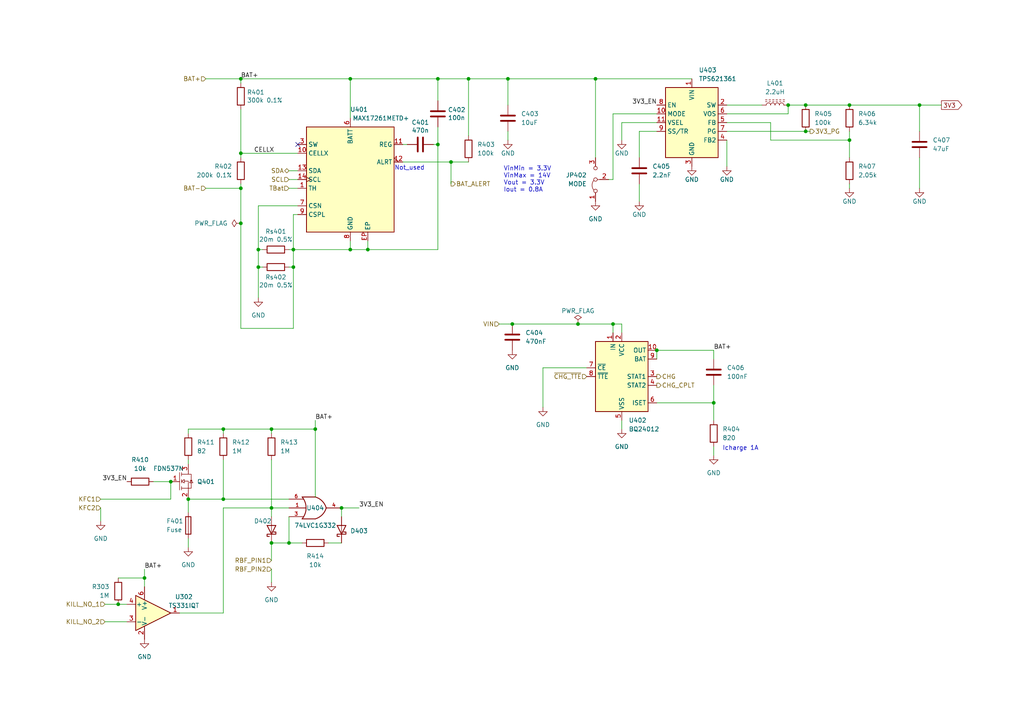
<source format=kicad_sch>
(kicad_sch (version 20211123) (generator eeschema)
  (paper "A4")
  (lib_symbols
    (symbol "74xGxx:74LVC1G332" (pin_names (offset 1.016))
      (property "Reference" "U" (at -2.54 5.08 0))
      (property "Value" "74LVC1G332" (at 0 -5.08 0))
      (symbol "74LVC1G332_0_1"
        (arc (start -3.81 -3.175) (mid -2.6605 0) (end -3.81 3.175) (stroke (width 0.254)))
        (arc (start 0 -3.175) (mid 1.9989 -1.9989) (end 3.175 0) (stroke (width 0.254)))
        (polyline (pts (xy 0 -3.175) (xy -3.81 -3.175)) (stroke (width 0.254)))
        (polyline (pts (xy 0 3.175) (xy -3.81 3.175)) (stroke (width 0.254)))
        (arc (start 3.175 0) (mid 1.9989 1.9989) (end 0 3.175) (stroke (width 0.254)))
      )
      (symbol "74LVC1G332_1_1"
        (pin input line (at -7.62 0 0) (length 4.826) (name "~") (number "1"))
        (pin power_in line (at 0 -3.175 270) (length 0) hide (name "GND") (number "2"))
        (pin input line (at -7.62 -2.54 0) (length 4.191) (name "~") (number "3"))
        (pin output line (at 7.62 0 180) (length 4.445) (name "~") (number "4"))
        (pin power_in line (at 0 3.175 90) (length 0) hide (name "VCC") (number "5"))
        (pin input line (at -7.62 2.54 0) (length 4.191) (name "~") (number "6"))
      )
    )
    (symbol "Battery_Management:BQ24013"
      (property "Reference" "U" (at -7.62 12.7 0))
      (property "Value" "BQ24013" (at 7.62 12.7 0))
      (symbol "BQ24013_0_1"
        (rectangle (start -7.62 10.16) (end 7.62 -10.16) (stroke (width 0.254)) (fill (type background)))
      )
      (symbol "BQ24013_1_1"
        (pin power_in line (at -2.54 12.7 270) (length 2.54) (name "IN") (number "1"))
        (pin power_out line (at 10.16 7.62 180) (length 2.54) (name "OUT") (number "10"))
        (pin passive line (at 0 -12.7 90) (length 2.54) hide (name "VSS") (number "11"))
        (pin power_in line (at 0 12.7 270) (length 2.54) (name "VCC") (number "2"))
        (pin open_collector line (at 10.16 0 180) (length 2.54) (name "STAT1") (number "3"))
        (pin open_collector line (at 10.16 -2.54 180) (length 2.54) (name "STAT2") (number "4"))
        (pin power_in line (at 0 -12.7 90) (length 2.54) (name "VSS") (number "5"))
        (pin output line (at 10.16 -7.62 180) (length 2.54) (name "ISET") (number "6"))
        (pin input line (at -10.16 2.54 0) (length 2.54) (name "~{CE}") (number "7"))
        (pin input line (at -10.16 0 0) (length 2.54) (name "~{TTE}") (number "8"))
        (pin input line (at 10.16 5.08 180) (length 2.54) (name "BAT") (number "9"))
      )
    )
    (symbol "Device:C" (pin_numbers hide) (pin_names (offset 0.254))
      (property "Reference" "C" (at 0.635 2.54 0))
      (property "Value" "C" (at 0.635 -2.54 0))
      (symbol "C_0_1"
        (polyline (pts (xy -2.032 -0.762) (xy 2.032 -0.762)) (stroke (width 0.508)))
        (polyline (pts (xy -2.032 0.762) (xy 2.032 0.762)) (stroke (width 0.508)))
      )
      (symbol "C_1_1"
        (pin passive line (at 0 3.81 270) (length 2.794) (name "~") (number "1"))
        (pin passive line (at 0 -3.81 90) (length 2.794) (name "~") (number "2"))
      )
    )
    (symbol "Device:Fuse" (pin_numbers hide) (pin_names (offset 0))
      (property "Reference" "F" (at 2.032 0 90))
      (property "Value" "Fuse" (at -1.905 0 90))
      (symbol "Fuse_0_1"
        (rectangle (start -0.762 -2.54) (end 0.762 2.54) (stroke (width 0.254)))
        (polyline (pts (xy 0 2.54) (xy 0 -2.54)))
      )
      (symbol "Fuse_1_1"
        (pin passive line (at 0 3.81 270) (length 1.27) (name "~") (number "1"))
        (pin passive line (at 0 -3.81 90) (length 1.27) (name "~") (number "2"))
      )
    )
    (symbol "Device:L_Ferrite" (pin_numbers hide) (pin_names (offset 1.016) hide)
      (property "Reference" "L" (at -1.27 0 90))
      (property "Value" "L_Ferrite" (at 2.794 0 90))
      (symbol "L_Ferrite_0_1"
        (arc (start 0 -2.54) (mid 0.635 -1.905) (end 0 -1.27))
        (arc (start 0 -1.27) (mid 0.635 -0.635) (end 0 0))
        (polyline (pts (xy 1.016 -2.794) (xy 1.016 -2.286)))
        (polyline (pts (xy 1.016 -1.778) (xy 1.016 -1.27)))
        (polyline (pts (xy 1.016 -0.762) (xy 1.016 -0.254)))
        (polyline (pts (xy 1.016 0.254) (xy 1.016 0.762)))
        (polyline (pts (xy 1.016 1.27) (xy 1.016 1.778)))
        (polyline (pts (xy 1.016 2.286) (xy 1.016 2.794)))
        (polyline (pts (xy 1.524 -2.286) (xy 1.524 -2.794)))
        (polyline (pts (xy 1.524 -1.27) (xy 1.524 -1.778)))
        (polyline (pts (xy 1.524 -0.254) (xy 1.524 -0.762)))
        (polyline (pts (xy 1.524 0.762) (xy 1.524 0.254)))
        (polyline (pts (xy 1.524 1.778) (xy 1.524 1.27)))
        (polyline (pts (xy 1.524 2.794) (xy 1.524 2.286)))
        (arc (start 0 0) (mid 0.635 0.635) (end 0 1.27))
        (arc (start 0 1.27) (mid 0.635 1.905) (end 0 2.54))
      )
      (symbol "L_Ferrite_1_1"
        (pin passive line (at 0 3.81 270) (length 1.27) (name "1") (number "1"))
        (pin passive line (at 0 -3.81 90) (length 1.27) (name "2") (number "2"))
      )
    )
    (symbol "Device:R" (pin_numbers hide) (pin_names (offset 0))
      (property "Reference" "R" (at 2.032 0 90))
      (property "Value" "R" (at 0 0 90))
      (symbol "R_0_1"
        (rectangle (start -1.016 -2.54) (end 1.016 2.54) (stroke (width 0.254)))
      )
      (symbol "R_1_1"
        (pin passive line (at 0 3.81 270) (length 1.27) (name "~") (number "1"))
        (pin passive line (at 0 -3.81 90) (length 1.27) (name "~") (number "2"))
      )
    )
    (symbol "Jumper:Jumper_3_Bridged12" (pin_names (offset 0) hide)
      (property "Reference" "JP" (at -2.54 -2.54 0))
      (property "Value" "Jumper_3_Bridged12" (at 0 2.794 0))
      (symbol "Jumper_3_Bridged12_0_0"
        (circle (center -3.302 0) (radius 0.508))
        (circle (center 0 0) (radius 0.508))
        (circle (center 3.302 0) (radius 0.508))
      )
      (symbol "Jumper_3_Bridged12_0_1"
        (arc (start -0.254 0.508) (mid -1.651 0.9912) (end -3.048 0.508))
        (polyline (pts (xy 0 -1.27) (xy 0 -0.508)))
      )
      (symbol "Jumper_3_Bridged12_1_1"
        (pin passive line (at -6.35 0 0) (length 2.54) (name "A") (number "1"))
        (pin passive line (at 0 -3.81 90) (length 2.54) (name "C") (number "2"))
        (pin passive line (at 6.35 0 180) (length 2.54) (name "B") (number "3"))
      )
    )
    (symbol "lsf-kicad:CDBU40-HF" (pin_numbers hide) (pin_names hide)
      (property "Reference" "D" (at 0.3175 6.35 0))
      (property "Value" "CDBU40-HF" (at 0.3175 3.81 0))
      (symbol "CDBU40-HF_0_1"
        (polyline (pts (xy 1.27 0) (xy -1.27 0)))
        (polyline (pts (xy 1.27 1.27) (xy 1.27 -1.27) (xy -1.27 0) (xy 1.27 1.27)) (stroke (width 0.254)))
        (polyline (pts (xy -1.905 0.635) (xy -1.905 1.27) (xy -1.27 1.27) (xy -1.27 -1.27) (xy -0.635 -1.27) (xy -0.635 -0.635)) (stroke (width 0.254)))
      )
      (symbol "CDBU40-HF_1_1"
        (pin passive line (at -3.81 0 0) (length 2.54) (name "K") (number "1"))
        (pin passive line (at 3.81 0 180) (length 2.54) (name "A") (number "2"))
      )
    )
    (symbol "lsf-kicad:FDN537N"
      (property "Reference" "Q" (at 3.81 3.81 0))
      (property "Value" "FDN537N" (at 5.08 1.27 0))
      (symbol "FDN537N_0_0"
        (polyline (pts (xy 0.0078 2.6609) (xy 0.0078 -2.4191)))
        (polyline (pts (xy 0.592 -1.4031) (xy 0.592 -2.4191)))
        (polyline (pts (xy 0.592 0.6289) (xy 0.592 -0.3871)))
        (polyline (pts (xy 0.592 2.6609) (xy 0.592 1.6449)))
        (polyline (pts (xy 3.64 0.3749) (xy 3.132 0.3749)))
        (polyline (pts (xy 0.592 -1.9111) (xy 3.386 -1.9111) (xy 3.386 2.1529) (xy 0.592 2.1529)))
        (polyline (pts (xy 0.592 0.1209) (xy 1.3794 -0.3871) (xy 1.3794 0.6289) (xy 0.592 0.1209)) (stroke (width 0.1524)))
        (polyline (pts (xy 3.386 0.4511) (xy 2.878 -0.3363) (xy 3.894 -0.3363) (xy 3.386 0.4511)) (stroke (width 0.1524)))
      )
      (symbol "FDN537N_0_1"
        (polyline (pts (xy 2.54 2.54) (xy 2.54 2.1844)))
        (polyline (pts (xy 2.54 -2.54) (xy 2.54 0.1524) (xy 1.4224 0.1524)))
      )
      (symbol "FDN537N_1_1"
        (pin input line (at -2.54 0 0) (length 2.54) (name "") (number "1"))
        (pin passive line (at 2.54 -5.08 90) (length 2.54) (name "") (number "2"))
        (pin passive line (at 2.54 5.08 270) (length 2.54) (name "") (number "3"))
      )
    )
    (symbol "lsf-kicad:MAX17261METD+"
      (property "Reference" "U" (at 0 5.08 0))
      (property "Value" "MAX17261METD+" (at 0 1.27 0))
      (symbol "MAX17261METD+_0_1"
        (rectangle (start -12.7 15.24) (end 12.7 -15.24) (stroke (width 0.254)) (fill (type background)))
      )
      (symbol "MAX17261METD+_1_1"
        (pin input line (at -15.24 -2.54 0) (length 2.54) (name "TH") (number "1"))
        (pin passive line (at -15.24 7.62 0) (length 2.54) (name "CELLX") (number "10"))
        (pin power_out line (at 15.24 10.16 180) (length 2.54) (name "REG") (number "11"))
        (pin open_collector output_low (at 15.24 5.08 180) (length 2.54) (name "ALRT") (number "12"))
        (pin bidirectional line (at -15.24 2.54 0) (length 2.54) (name "SDA") (number "13"))
        (pin input clock (at -15.24 0 0) (length 2.54) (name "SCL") (number "14"))
        (pin no_connect line (at -10.16 -17.78 90) (length 2.54) hide (name "NC") (number "2"))
        (pin output line (at -15.24 10.16 0) (length 2.54) (name "SW") (number "3"))
        (pin no_connect line (at -7.62 -17.78 90) (length 2.54) hide (name "NC") (number "4"))
        (pin no_connect line (at -5.08 -17.78 90) (length 2.54) hide (name "NC") (number "5"))
        (pin power_in line (at 0 17.78 270) (length 2.54) (name "BATT") (number "6"))
        (pin passive line (at -15.24 -7.62 0) (length 2.54) (name "CSN") (number "7"))
        (pin power_in line (at 0 -17.78 90) (length 2.54) (name "GND") (number "8"))
        (pin passive line (at -15.24 -10.16 0) (length 2.54) (name "CSPL") (number "9"))
        (pin power_in line (at 5.08 -17.78 90) (length 2.54) (name "EP") (number "EP"))
      )
    )
    (symbol "lsf-kicad:TPS62136x"
      (property "Reference" "U403" (at 2.0194 15.24 0))
      (property "Value" "TPS62136x" (at 2.0194 12.7 0))
      (symbol "TPS62136x_0_1"
        (rectangle (start -7.62 10.16) (end 7.62 -10.16) (stroke (width 0.254)) (fill (type background)))
      )
      (symbol "TPS62136x_1_1"
        (pin power_in line (at 0 12.7 270) (length 2.54) (name "VIN") (number "1"))
        (pin input line (at -10.16 2.54 0) (length 2.54) (name "MODE") (number "10"))
        (pin input line (at -10.16 0 0) (length 2.54) (name "VSEL") (number "11"))
        (pin passive line (at 10.16 5.08 180) (length 2.54) (name "SW") (number "2"))
        (pin power_in line (at 0 -12.7 90) (length 2.54) (name "GND") (number "3"))
        (pin power_in line (at 10.16 -5.08 180) (length 2.54) (name "FB2") (number "4"))
        (pin input line (at 10.16 0 180) (length 2.54) (name "FB") (number "5"))
        (pin input line (at 10.16 2.54 180) (length 2.54) (name "VOS") (number "6"))
        (pin open_collector line (at 10.16 -2.54 180) (length 2.54) (name "PG") (number "7"))
        (pin input line (at -10.16 5.08 0) (length 2.54) (name "EN") (number "8"))
        (pin input line (at -10.16 -2.54 0) (length 2.54) (name "SS/TR") (number "9"))
      )
    )
    (symbol "lsf-kicad:TS331" (pin_names (offset 0.127))
      (property "Reference" "U?" (at 8.89 4.699 0))
      (property "Value" "TS331" (at 8.89 2.159 0))
      (symbol "TS331_0_1"
        (polyline (pts (xy -5.08 5.08) (xy 5.08 0) (xy -5.08 -5.08) (xy -5.08 5.08)) (stroke (width 0.254)) (fill (type background)))
      )
      (symbol "TS331_1_1"
        (pin open_collector line (at 7.62 0 180) (length 2.54) (name "~") (number "1"))
        (pin power_in line (at -2.54 -7.62 90) (length 3.81) (name "V-") (number "2"))
        (pin input line (at -7.62 -2.54 0) (length 2.54) (name "-") (number "3"))
        (pin input line (at -7.62 2.54 0) (length 2.54) (name "+") (number "4"))
        (pin power_in line (at -2.54 7.62 270) (length 3.81) (name "V+") (number "6"))
      )
    )
    (symbol "power:GND" (power) (pin_names (offset 0))
      (property "Value" "GND" (at 0 -3.81 0))
      (symbol "GND_0_1"
        (polyline (pts (xy 0 0) (xy 0 -1.27) (xy 1.27 -1.27) (xy 0 -2.54) (xy -1.27 -1.27) (xy 0 -1.27)))
      )
      (symbol "GND_1_1"
        (pin power_in line (at 0 0 270) (length 0) hide (name "GND") (number "1"))
      )
    )
    (symbol "power:PWR_FLAG" (power) (pin_numbers hide) (pin_names (offset 0) hide)
      (property "Value" "PWR_FLAG" (at 0 3.81 0))
      (symbol "PWR_FLAG_0_0"
        (pin power_out line (at 0 0 90) (length 0) (name "pwr") (number "1"))
      )
      (symbol "PWR_FLAG_0_1"
        (polyline (pts (xy 0 0) (xy 0 1.27) (xy -1.016 1.905) (xy 0 2.54) (xy 1.016 1.905) (xy 0 1.27)))
      )
    )
  )
  (junction (at 190.5 101.6))
  (junction (at 101.6 22.86))
  (junction (at 177.8 93.98))
  (junction (at 74.93 72.39))
  (junction (at 64.77 124.46))
  (junction (at 64.77 144.78))
  (junction (at 78.74 157.48))
  (junction (at 135.89 22.86))
  (junction (at 69.85 22.86))
  (junction (at 233.68 38.1))
  (junction (at 246.38 30.48))
  (junction (at 167.64 93.98))
  (junction (at 85.09 77.47))
  (junction (at 207.01 116.84))
  (junction (at 78.74 147.32))
  (junction (at 233.68 30.48))
  (junction (at 69.85 44.45))
  (junction (at 147.32 22.86))
  (junction (at 246.38 40.64))
  (junction (at 148.59 93.98))
  (junction (at 69.85 54.61))
  (junction (at 85.09 72.39))
  (junction (at 41.91 167.64))
  (junction (at 49.53 139.7))
  (junction (at 34.29 175.26))
  (junction (at 99.06 147.32))
  (junction (at 266.7 30.48))
  (junction (at 78.74 124.46))
  (junction (at 83.82 157.48))
  (junction (at 130.81 46.99))
  (junction (at 74.93 77.47))
  (junction (at 127 22.86))
  (junction (at 91.44 124.46))
  (junction (at 101.6 72.39))
  (junction (at 54.61 144.78))
  (junction (at 106.68 72.39))
  (junction (at 172.72 22.86))
  (junction (at 228.6 30.48))
  (junction (at 69.85 64.77))
  (junction (at 127 41.91))
  (no_connect (at 86.36 41.91))
  (wire (pts (xy 78.74 147.32) (xy 83.82 147.32)))
  (wire (pts (xy 223.52 40.64) (xy 246.38 40.64)))
  (wire (pts (xy 34.29 167.64) (xy 41.91 167.64)))
  (wire (pts (xy 207.01 111.76) (xy 207.01 116.84)))
  (wire (pts (xy 101.6 34.29) (xy 101.6 22.86)))
  (wire (pts (xy 64.77 124.46) (xy 64.77 125.73)))
  (wire (pts (xy 167.64 93.98) (xy 177.8 93.98)))
  (wire (pts (xy 101.6 69.85) (xy 101.6 72.39)))
  (wire (pts (xy 207.01 121.92) (xy 207.01 116.84)))
  (wire (pts (xy 127 41.91) (xy 127 72.39)))
  (wire (pts (xy 246.38 30.48) (xy 233.68 30.48)))
  (wire (pts (xy 69.85 44.45) (xy 69.85 45.72)))
  (wire (pts (xy 207.01 101.6) (xy 207.01 104.14)))
  (wire (pts (xy 233.68 38.1) (xy 210.82 38.1)))
  (wire (pts (xy 54.61 144.78) (xy 54.61 148.59)))
  (wire (pts (xy 69.85 64.77) (xy 69.85 95.25)))
  (wire (pts (xy 228.6 33.02) (xy 228.6 30.48)))
  (wire (pts (xy 86.36 59.69) (xy 74.93 59.69)))
  (wire (pts (xy 69.85 54.61) (xy 69.85 53.34)))
  (wire (pts (xy 78.74 165.1) (xy 78.74 168.91)))
  (wire (pts (xy 91.44 121.92) (xy 91.44 124.46)))
  (wire (pts (xy 127 41.91) (xy 125.73 41.91)))
  (wire (pts (xy 30.48 180.34) (xy 36.83 180.34)))
  (wire (pts (xy 106.68 72.39) (xy 127 72.39)))
  (wire (pts (xy 91.44 124.46) (xy 78.74 124.46)))
  (wire (pts (xy 44.45 139.7) (xy 49.53 139.7)))
  (wire (pts (xy 64.77 133.35) (xy 64.77 144.78)))
  (wire (pts (xy 49.53 144.78) (xy 49.53 139.7)))
  (wire (pts (xy 234.95 38.1) (xy 233.68 38.1)))
  (wire (pts (xy 207.01 116.84) (xy 190.5 116.84)))
  (wire (pts (xy 59.69 22.86) (xy 69.85 22.86)))
  (wire (pts (xy 54.61 144.78) (xy 64.77 144.78)))
  (wire (pts (xy 210.82 30.48) (xy 220.98 30.48)))
  (wire (pts (xy 246.38 54.61) (xy 246.38 53.34)))
  (wire (pts (xy 177.8 52.07) (xy 176.53 52.07)))
  (wire (pts (xy 180.34 93.98) (xy 180.34 96.52)))
  (wire (pts (xy 83.82 52.07) (xy 86.36 52.07)))
  (wire (pts (xy 177.8 93.98) (xy 180.34 93.98)))
  (wire (pts (xy 91.44 124.46) (xy 91.44 144.145)))
  (wire (pts (xy 86.36 62.23) (xy 85.09 62.23)))
  (wire (pts (xy 78.74 124.46) (xy 78.74 125.73)))
  (wire (pts (xy 101.6 22.86) (xy 127 22.86)))
  (wire (pts (xy 116.84 41.91) (xy 118.11 41.91)))
  (wire (pts (xy 74.93 77.47) (xy 74.93 86.36)))
  (wire (pts (xy 246.38 40.64) (xy 246.38 38.1)))
  (wire (pts (xy 177.8 93.98) (xy 177.8 96.52)))
  (wire (pts (xy 135.89 22.86) (xy 135.89 39.37)))
  (wire (pts (xy 69.85 54.61) (xy 69.85 64.77)))
  (wire (pts (xy 76.2 77.47) (xy 74.93 77.47)))
  (wire (pts (xy 30.48 175.26) (xy 34.29 175.26)))
  (wire (pts (xy 78.74 133.35) (xy 78.74 147.32)))
  (wire (pts (xy 34.29 175.26) (xy 36.83 175.26)))
  (wire (pts (xy 83.82 157.48) (xy 83.82 149.86)))
  (wire (pts (xy 69.85 22.86) (xy 69.85 24.13)))
  (wire (pts (xy 127 22.86) (xy 135.89 22.86)))
  (wire (pts (xy 86.36 54.61) (xy 83.82 54.61)))
  (wire (pts (xy 130.81 46.99) (xy 130.81 53.34)))
  (wire (pts (xy 64.77 177.8) (xy 64.77 147.32)))
  (wire (pts (xy 69.85 95.25) (xy 85.09 95.25)))
  (wire (pts (xy 78.74 124.46) (xy 64.77 124.46)))
  (wire (pts (xy 106.68 72.39) (xy 101.6 72.39)))
  (wire (pts (xy 147.32 30.48) (xy 147.32 22.86)))
  (wire (pts (xy 69.85 31.75) (xy 69.85 44.45)))
  (wire (pts (xy 177.8 33.02) (xy 177.8 52.07)))
  (wire (pts (xy 78.74 157.48) (xy 78.74 162.56)))
  (wire (pts (xy 157.48 106.68) (xy 157.48 118.11)))
  (wire (pts (xy 116.84 46.99) (xy 130.81 46.99)))
  (wire (pts (xy 29.21 144.78) (xy 49.53 144.78)))
  (wire (pts (xy 41.91 165.1) (xy 41.91 167.64)))
  (wire (pts (xy 185.42 53.34) (xy 185.42 58.42)))
  (wire (pts (xy 210.82 40.64) (xy 210.82 48.26)))
  (wire (pts (xy 130.81 46.99) (xy 135.89 46.99)))
  (wire (pts (xy 147.32 22.86) (xy 172.72 22.86)))
  (wire (pts (xy 210.82 33.02) (xy 228.6 33.02)))
  (wire (pts (xy 223.52 35.56) (xy 223.52 40.64)))
  (wire (pts (xy 157.48 106.68) (xy 170.18 106.68)))
  (wire (pts (xy 54.61 156.21) (xy 54.61 158.75)))
  (wire (pts (xy 172.72 22.86) (xy 200.66 22.86)))
  (wire (pts (xy 83.82 49.53) (xy 86.36 49.53)))
  (wire (pts (xy 148.59 93.98) (xy 167.64 93.98)))
  (wire (pts (xy 106.68 69.85) (xy 106.68 72.39)))
  (wire (pts (xy 54.61 133.35) (xy 54.61 134.62)))
  (wire (pts (xy 74.93 77.47) (xy 74.93 72.39)))
  (wire (pts (xy 59.69 54.61) (xy 69.85 54.61)))
  (wire (pts (xy 144.78 93.98) (xy 148.59 93.98)))
  (wire (pts (xy 78.74 157.48) (xy 83.82 157.48)))
  (wire (pts (xy 190.5 101.6) (xy 190.5 104.14)))
  (wire (pts (xy 210.82 35.56) (xy 223.52 35.56)))
  (wire (pts (xy 99.06 149.86) (xy 99.06 147.32)))
  (wire (pts (xy 246.38 30.48) (xy 266.7 30.48)))
  (wire (pts (xy 180.34 35.56) (xy 190.5 35.56)))
  (wire (pts (xy 127 41.91) (xy 127 36.83)))
  (wire (pts (xy 135.89 22.86) (xy 147.32 22.86)))
  (wire (pts (xy 64.77 147.32) (xy 78.74 147.32)))
  (wire (pts (xy 190.5 38.1) (xy 185.42 38.1)))
  (wire (pts (xy 74.93 72.39) (xy 76.2 72.39)))
  (wire (pts (xy 54.61 124.46) (xy 64.77 124.46)))
  (wire (pts (xy 190.5 101.6) (xy 207.01 101.6)))
  (wire (pts (xy 233.68 30.48) (xy 228.6 30.48)))
  (wire (pts (xy 64.77 144.78) (xy 83.82 144.78)))
  (wire (pts (xy 85.09 72.39) (xy 101.6 72.39)))
  (wire (pts (xy 85.09 62.23) (xy 85.09 72.39)))
  (wire (pts (xy 29.21 147.32) (xy 29.21 151.13)))
  (wire (pts (xy 266.7 30.48) (xy 273.05 30.48)))
  (wire (pts (xy 85.09 95.25) (xy 85.09 77.47)))
  (wire (pts (xy 69.85 44.45) (xy 86.36 44.45)))
  (wire (pts (xy 147.32 40.64) (xy 147.32 38.1)))
  (wire (pts (xy 246.38 40.64) (xy 246.38 45.72)))
  (wire (pts (xy 266.7 54.61) (xy 266.7 45.72)))
  (wire (pts (xy 54.61 124.46) (xy 54.61 125.73)))
  (wire (pts (xy 99.06 147.32) (xy 104.14 147.32)))
  (wire (pts (xy 95.25 157.48) (xy 99.06 157.48)))
  (wire (pts (xy 180.34 35.56) (xy 180.34 40.64)))
  (wire (pts (xy 207.01 132.08) (xy 207.01 129.54)))
  (wire (pts (xy 180.34 121.92) (xy 180.34 124.46)))
  (wire (pts (xy 74.93 59.69) (xy 74.93 72.39)))
  (wire (pts (xy 190.5 33.02) (xy 177.8 33.02)))
  (wire (pts (xy 83.82 157.48) (xy 87.63 157.48)))
  (wire (pts (xy 127 29.21) (xy 127 22.86)))
  (wire (pts (xy 78.74 147.32) (xy 78.74 149.86)))
  (wire (pts (xy 101.6 22.86) (xy 69.85 22.86)))
  (wire (pts (xy 85.09 72.39) (xy 85.09 77.47)))
  (wire (pts (xy 85.09 77.47) (xy 83.82 77.47)))
  (wire (pts (xy 185.42 38.1) (xy 185.42 45.72)))
  (wire (pts (xy 41.91 167.64) (xy 41.91 170.18)))
  (wire (pts (xy 172.72 22.86) (xy 172.72 45.72)))
  (wire (pts (xy 83.82 72.39) (xy 85.09 72.39)))
  (wire (pts (xy 52.07 177.8) (xy 64.77 177.8)))
  (wire (pts (xy 266.7 30.48) (xy 266.7 38.1)))
  (text "Not_used" (at 123.19 49.53 180) (effects (font (size 1.27 1.27)) (justify right bottom)))
  (text "Icharge 1A" (at 209.55 130.81 0) (effects (font (size 1.27 1.27)) (justify left bottom)))
  (text "VinMin = 3.3V\nVinMax = 14V\nVout = 3.3V\nIout = 0.8A" (at 146.05 55.88 0) (effects (font (size 1.27 1.27)) (justify left bottom)))
  (label "BAT+" (at 91.44 121.92 0))
  (label "3V3_EN" (at 190.5 30.48 180))
  (label "3V3_EN" (at 36.83 139.7 180))
  (label "BAT+" (at 207.01 101.6 0))
  (label "BAT+" (at 69.85 22.86 0))
  (label "BAT+" (at 41.91 165.1 0))
  (label "3V3_EN" (at 104.14 147.32 0))
  (label "CELLX" (at 73.66 44.45 0))
  (global_label "3V3" (shape output) (at 273.05 30.48 0) (property "Intersheet References" "${INTERSHEET_REFS}" (effects hide)))
  (hierarchical_label "KFC2" (shape input) (at 29.21 147.32 180))
  (hierarchical_label "RBF_PIN2" (shape input) (at 78.74 165.1 180))
  (hierarchical_label "KILL_NO_2" (shape input) (at 30.48 180.34 180))
  (hierarchical_label "BAT+" (shape input) (at 59.69 22.86 180))
  (hierarchical_label "RBF_PIN1" (shape input) (at 78.74 162.56 180))
  (hierarchical_label "~{CHG_TTE}" (shape input) (at 170.18 109.22 180))
  (hierarchical_label "SDA" (shape bidirectional) (at 83.82 49.53 180))
  (hierarchical_label "3V3_PG" (shape output) (at 234.95 38.1 0))
  (hierarchical_label "TBat" (shape input) (at 83.82 54.61 180))
  (hierarchical_label "VIN" (shape input) (at 144.78 93.98 180))
  (hierarchical_label "CHG" (shape output) (at 190.5 109.22 0))
  (hierarchical_label "KFC1" (shape input) (at 29.21 144.78 180))
  (hierarchical_label "CHG_CPLT" (shape output) (at 190.5 111.76 0))
  (hierarchical_label "SCL" (shape input) (at 83.82 52.07 180))
  (hierarchical_label "BAT-" (shape input) (at 59.69 54.61 180))
  (hierarchical_label "BAT_ALERT" (shape output) (at 130.81 53.34 0))
  (hierarchical_label "KILL_NO_1" (shape input) (at 30.48 175.26 180))
  (symbol (lib_id "lsf-kicad:TPS62136x") (at 200.66 35.56 0) (unit 1)
    (property "Reference" "U403" (at 202.6794 20.32 0) (effects (justify left)))
    (property "Value" "TPS621361" (at 202.6794 22.86 0) (effects (justify left)))
    (property "Footprint" "lsf-kicad-lib:Texas_RGX0011A" (effects hide))
    (property "Datasheet" "https://www.ti.com/lit/ds/symlink/tps62136.pdf" (effects hide))
    (property "Part Number" "TPS621361RGXR" (effects hide))
  )
  (symbol (lib_id "power:GND") (at 54.61 158.75 0) (unit 1)
    (property "Reference" "#PWR0117" (effects hide))
    (property "Value" "GND" (at 54.61 163.83 0))
  )
  (symbol (lib_id "Device:C") (at 185.42 49.53 0) (unit 1)
    (property "Reference" "C405" (at 189.23 48.2599 0) (effects (justify left)))
    (property "Value" "2.2nF" (at 189.23 50.7999 0) (effects (justify left)))
    (property "Footprint" "Capacitor_SMD:C_0402_1005Metric" (effects hide))
    (property "Part Number" "GRM155R71E222KA01D" (effects hide))
  )
  (symbol (lib_id "Device:R") (at 207.01 125.73 0) (unit 1)
    (property "Reference" "R404" (at 209.55 124.4599 0) (effects (justify left)))
    (property "Value" "820" (at 209.55 126.9999 0) (effects (justify left)))
    (property "Footprint" "Resistor_SMD:R_0402_1005Metric" (effects hide))
    (property "Part Number" "CR0402-JW-821GLF" (effects hide))
  )
  (symbol (lib_id "Device:C") (at 148.59 97.79 0) (unit 1)
    (property "Reference" "C404" (at 152.4 96.5199 0) (effects (justify left)))
    (property "Value" "470nF" (at 152.4 99.0599 0) (effects (justify left)))
    (property "Footprint" "Capacitor_SMD:C_0402_1005Metric" (effects hide))
    (property "Part Number" "C0402C474K8RACTU" (effects hide))
  )
  (symbol (lib_id "Device:R") (at 64.77 129.54 0) (unit 1)
    (property "Reference" "R412" (at 67.31 128.2699 0) (effects (justify left)))
    (property "Value" "1M" (at 67.31 130.8099 0) (effects (justify left)))
    (property "Footprint" "Resistor_SMD:R_0402_1005Metric" (effects hide))
    (property "Part Number" "ASC0402-1M0FT10" (effects hide))
  )
  (symbol (lib_id "power:GND") (at 180.34 40.64 0) (unit 1)
    (property "Reference" "#PWR0404" (effects hide))
    (property "Value" "GND" (at 180.34 44.45 0))
  )
  (symbol (lib_id "Device:R") (at 80.01 72.39 270) (unit 1)
    (property "Reference" "Rs401" (at 80.01 67.1322 90))
    (property "Value" "20m 0.5%" (at 80.01 69.4436 90))
    (property "Footprint" "Resistor_SMD:R_0402_1005Metric" (effects hide))
    (property "Part Number" "PE0402FRF070R02L" (effects hide))
  )
  (symbol (lib_id "power:GND") (at 41.91 185.42 0) (unit 1)
    (property "Reference" "#PWR0304" (effects hide))
    (property "Value" "GND" (at 41.91 190.5 0))
  )
  (symbol (lib_id "Device:R") (at 34.29 171.45 0) (unit 1)
    (property "Reference" "R303" (at 31.75 170.1799 0) (effects (justify right)))
    (property "Value" "1M" (at 31.75 172.7199 0) (effects (justify right)))
    (property "Footprint" "Resistor_SMD:R_0402_1005Metric" (effects hide))
    (property "Part Number" "ASC0402-1M0FT10" (effects hide))
  )
  (symbol (lib_id "Device:C") (at 207.01 107.95 0) (unit 1)
    (property "Reference" "C406" (at 210.82 106.6799 0) (effects (justify left)))
    (property "Value" "100nF" (at 210.82 109.2199 0) (effects (justify left)))
    (property "Footprint" "Capacitor_SMD:C_0402_1005Metric" (effects hide))
    (property "Part Number" "CC0402KRX7R7BB104" (effects hide))
  )
  (symbol (lib_id "power:GND") (at 29.21 151.13 0) (unit 1)
    (property "Reference" "#PWR0118" (effects hide))
    (property "Value" "GND" (at 29.21 156.21 0))
  )
  (symbol (lib_id "Device:R") (at 78.74 129.54 0) (unit 1)
    (property "Reference" "R413" (at 81.28 128.2699 0) (effects (justify left)))
    (property "Value" "1M" (at 81.28 130.8099 0) (effects (justify left)))
    (property "Footprint" "Resistor_SMD:R_0402_1005Metric" (effects hide))
    (property "Part Number" "ASC0402-1M0FT10" (effects hide))
  )
  (symbol (lib_id "power:PWR_FLAG") (at 167.64 93.98 0) (unit 1)
    (property "Reference" "#FLG0402" (effects hide))
    (property "Value" "PWR_FLAG" (at 167.64 90.17 0))
  )
  (symbol (lib_id "Device:R") (at 233.68 34.29 0) (unit 1)
    (property "Reference" "R405" (at 236.22 33.0199 0) (effects (justify left)))
    (property "Value" "100k" (at 236.22 35.5599 0) (effects (justify left)))
    (property "Footprint" "Resistor_SMD:R_0402_1005Metric" (effects hide))
    (property "Part Number" "ERJ-2RKF1003X" (effects hide))
  )
  (symbol (lib_id "power:GND") (at 185.42 58.42 0) (unit 1)
    (property "Reference" "#PWR0407" (effects hide))
    (property "Value" "GND" (at 185.42 62.23 0))
  )
  (symbol (lib_id "power:GND") (at 180.34 124.46 0) (unit 1)
    (property "Reference" "#PWR0406" (effects hide))
    (property "Value" "GND" (at 180.34 129.54 0))
  )
  (symbol (lib_id "Jumper:Jumper_3_Bridged12") (at 172.72 52.07 90) (unit 1) (in_bom no)
    (property "Reference" "JP402" (at 170.18 50.7999 90) (effects (justify left)))
    (property "Value" "MODE" (at 170.18 53.3399 90) (effects (justify left)))
    (property "Footprint" "Jumper:SolderJumper-3_P1.3mm_Bridged2Bar12_Pad1.0x1.5mm_NumberLabels" (effects hide))
  )
  (symbol (lib_id "Device:C") (at 266.7 41.91 0) (unit 1)
    (property "Reference" "C407" (at 270.51 40.6399 0) (effects (justify left)))
    (property "Value" "47uF" (at 270.51 43.1799 0) (effects (justify left)))
    (property "Footprint" "Capacitor_SMD:C_1206_3216Metric" (effects hide))
    (property "Datasheet" "https://www.murata.com/en-eu/api/pdfdownloadapi?cate=luCeramicCapacitorsSMD&partno=GRM188R60J226MEA0%23" (effects hide))
    (property "Part Number" "GRM31CR60J476ME19L" (effects hide))
  )
  (symbol (lib_id "lsf-kicad:MAX17261METD+") (at 101.6 52.07 0) (unit 1)
    (property "Reference" "U401" (at 104.14 31.75 0))
    (property "Value" "MAX17261METD+" (at 110.49 34.29 0))
    (property "Footprint" "lsf-kicad-lib:TDFN-14-1EP_3x3mm_P0.4mm_EP1.7x2.3mm" (effects hide))
    (property "Datasheet" "https://datasheets.maximintegrated.com/en/ds/MAX17261.pdf" (effects hide))
    (property "Part Number" "MAX17261METD+" (effects hide))
  )
  (symbol (lib_id "Device:R") (at 246.38 49.53 0) (unit 1)
    (property "Reference" "R407" (at 248.92 48.2599 0) (effects (justify left)))
    (property "Value" "2.05k" (at 248.92 50.7999 0) (effects (justify left)))
    (property "Footprint" "Resistor_SMD:R_0402_1005Metric" (effects hide))
    (property "Part Number" "AC0402FR-072K05L" (effects hide))
  )
  (symbol (lib_id "Device:R") (at 54.61 129.54 0) (unit 1)
    (property "Reference" "R411" (at 57.15 128.2699 0) (effects (justify left)))
    (property "Value" "82" (at 57.15 130.8099 0) (effects (justify left)))
    (property "Footprint" "Resistor_SMD:R_0402_1005Metric" (effects hide))
    (property "Part Number" "RC0402JR-0782RL" (effects hide))
  )
  (symbol (lib_id "power:GND") (at 207.01 132.08 0) (unit 1)
    (property "Reference" "#PWR0410" (effects hide))
    (property "Value" "GND" (at 207.01 137.16 0))
  )
  (symbol (lib_id "Device:L_Ferrite") (at 224.79 30.48 90) (unit 1)
    (property "Reference" "L401" (at 224.79 24.13 90))
    (property "Value" "2.2uH" (at 224.79 26.67 90))
    (property "Footprint" "Inductor_SMD:L_Coilcraft_XxL4030" (effects hide))
    (property "Datasheet" "https://gr.mouser.com/datasheet/2/597/xel4030-1223874.pdf" (effects hide))
    (property "Part Number" "XEL4030-222MEC" (effects hide))
  )
  (symbol (lib_id "lsf-kicad:FDN537N") (at 52.07 139.7 0) (unit 1)
    (property "Reference" "Q401" (at 57.15 139.7 0) (effects (justify left)))
    (property "Value" "FDN537N" (at 44.45 135.89 0) (effects (justify left)))
    (property "Footprint" "Package_TO_SOT_SMD:SuperSOT-3" (effects hide))
    (property "Datasheet" "https://www.onsemi.com/pub/Collateral/FDN537N-D.pdf" (effects hide))
    (property "Part Number" "FDN537N" (effects hide))
  )
  (symbol (lib_id "power:GND") (at 147.32 40.64 0) (unit 1)
    (property "Reference" "#PWR0402" (effects hide))
    (property "Value" "GND" (at 147.32 44.45 0))
  )
  (symbol (lib_id "lsf-kicad:CDBU40-HF") (at 99.06 153.67 90) (unit 1)
    (property "Reference" "D403" (at 101.6 153.9874 90) (effects (justify right)))
    (property "Value" "CDBU40-HF" (effects hide))
    (property "Footprint" "Diode_SMD:D_0603_1608Metric" (effects hide))
    (property "Datasheet" "https://www.comchiptech.com/admin/files/product/QW-G1012-CDBU40-HF-RevA321692.pdf" (effects hide))
    (property "Part Number" "CDBU40-HF" (effects hide))
  )
  (symbol (lib_id "Device:C") (at 121.92 41.91 90) (unit 1)
    (property "Reference" "C401" (at 121.92 35.5092 90))
    (property "Value" "470n" (at 121.92 37.8206 90))
    (property "Footprint" "Capacitor_SMD:C_0402_1005Metric" (effects hide))
    (property "Part Number" "JMK105B7474KVHF" (effects hide))
  )
  (symbol (lib_id "Device:C") (at 147.32 34.29 0) (unit 1)
    (property "Reference" "C403" (at 151.13 33.0199 0) (effects (justify left)))
    (property "Value" "10uF" (at 151.13 35.5599 0) (effects (justify left)))
    (property "Footprint" "Capacitor_SMD:C_1206_3216Metric" (effects hide))
    (property "Part Number" "CL31A106KOHNNNF" (effects hide))
  )
  (symbol (lib_id "power:GND") (at 172.72 58.42 0) (unit 1)
    (property "Reference" "#PWR0405" (effects hide))
    (property "Value" "GND" (at 172.72 63.5 0))
  )
  (symbol (lib_id "power:GND") (at 78.74 168.91 0) (unit 1)
    (property "Reference" "#PWR0303" (effects hide))
    (property "Value" "GND" (at 78.74 173.99 0))
  )
  (symbol (lib_id "power:GND") (at 210.82 48.26 0) (unit 1)
    (property "Reference" "#PWR0408" (effects hide))
    (property "Value" "GND" (at 210.82 52.07 0))
  )
  (symbol (lib_id "lsf-kicad:TS331") (at 44.45 177.8 0) (unit 1)
    (property "Reference" "U302" (at 53.34 173.101 0))
    (property "Value" "TS331IQT" (at 53.34 175.641 0))
    (property "Footprint" "Package_DFN_QFN:DFN-6_1.3x1.2mm_P0.4mm" (effects hide))
    (property "Datasheet" "https://gr.mouser.com/datasheet/2/389/ts331-1852408.pdf" (effects hide))
    (property "Part Number" "TS331IQT" (effects hide))
  )
  (symbol (lib_id "Device:R") (at 69.85 49.53 0) (unit 1)
    (property "Reference" "R402" (at 67.31 48.2599 0) (effects (justify right)))
    (property "Value" "200k 0.1%" (at 67.31 50.7999 0) (effects (justify right)))
    (property "Footprint" "Resistor_SMD:R_0402_1005Metric" (effects hide))
    (property "Part Number" "RN73H1ETTP2003B25" (effects hide))
  )
  (symbol (lib_id "Device:R") (at 80.01 77.47 270) (unit 1)
    (property "Reference" "Rs402" (at 80.01 80.391 90))
    (property "Value" "20m 0.5%" (at 80.01 82.7024 90))
    (property "Footprint" "Resistor_SMD:R_0402_1005Metric" (effects hide))
    (property "Part Number" "PE0402FRF070R02L" (effects hide))
  )
  (symbol (lib_id "lsf-kicad:CDBU40-HF") (at 78.74 153.67 90) (unit 1)
    (property "Reference" "D402" (at 73.66 151.13 90) (effects (justify right)))
    (property "Value" "CDBU40-HF" (effects hide))
    (property "Footprint" "Diode_SMD:D_0603_1608Metric" (effects hide))
    (property "Datasheet" "https://www.comchiptech.com/admin/files/product/QW-G1012-CDBU40-HF-RevA321692.pdf" (effects hide))
    (property "Part Number" "CDBU40-HF" (effects hide))
  )
  (symbol (lib_id "74xGxx:74LVC1G332") (at 91.44 147.32 0) (unit 1)
    (property "Reference" "U404" (at 91.44 147.32 0))
    (property "Value" "74LVC1G332" (at 91.44 152.4 0))
    (property "Footprint" "Package_TO_SOT_SMD:SOT-363_SC-70-6" (effects hide))
    (property "Datasheet" "https://www.ti.com/lit/ds/symlink/sn74lvc1g332.pdf" (effects hide))
    (property "Part Number" "74LVC1G332DCKRE4" (effects hide))
  )
  (symbol (lib_id "Device:Fuse") (at 54.61 152.4 0) (unit 1)
    (property "Reference" "F401" (at 48.26 151.13 0) (effects (justify left)))
    (property "Value" "Fuse" (at 48.26 153.67 0) (effects (justify left)))
    (property "Footprint" "Fuse:Fuse_0603_1608Metric" (effects hide))
    (property "Part Number" "F0603G0R02FNTR" (effects hide))
  )
  (symbol (lib_id "Device:R") (at 135.89 43.18 180) (unit 1)
    (property "Reference" "R403" (at 138.43 41.9099 0) (effects (justify right)))
    (property "Value" "100k" (at 138.43 44.4499 0) (effects (justify right)))
    (property "Footprint" "Resistor_SMD:R_0402_1005Metric" (effects hide))
    (property "Part Number" "ERJ-2RKF1003X" (effects hide))
  )
  (symbol (lib_id "Device:R") (at 246.38 34.29 0) (unit 1)
    (property "Reference" "R406" (at 248.92 33.0199 0) (effects (justify left)))
    (property "Value" "6.34k" (at 248.92 35.5599 0) (effects (justify left)))
    (property "Footprint" "Resistor_SMD:R_0402_1005Metric" (effects hide))
    (property "Part Number" "AC0402FR-076K34L" (effects hide))
  )
  (symbol (lib_id "Device:R") (at 69.85 27.94 0) (unit 1)
    (property "Reference" "R401" (at 71.628 26.7716 0) (effects (justify left)))
    (property "Value" "300k 0.1%" (at 71.628 29.083 0) (effects (justify left)))
    (property "Footprint" "Resistor_SMD:R_0402_1005Metric" (effects hide))
    (property "Part Number" "MCS0402MD3003BE000" (effects hide))
  )
  (symbol (lib_id "power:GND") (at 266.7 54.61 0) (unit 1)
    (property "Reference" "#PWR0412" (effects hide))
    (property "Value" "GND" (at 266.7 58.42 0))
  )
  (symbol (lib_id "Device:R") (at 40.64 139.7 90) (unit 1)
    (property "Reference" "R410" (at 40.64 133.35 90))
    (property "Value" "10k" (at 40.64 135.89 90))
    (property "Footprint" "Resistor_SMD:R_0402_1005Metric" (effects hide))
    (property "Part Number" "RC0402JR-1310KL" (effects hide))
  )
  (symbol (lib_id "Device:C") (at 127 33.02 0) (unit 1)
    (property "Reference" "C402" (at 129.921 31.8516 0) (effects (justify left)))
    (property "Value" "100n" (at 129.921 34.163 0) (effects (justify left)))
    (property "Footprint" "Capacitor_SMD:C_0402_1005Metric" (effects hide))
    (property "Part Number" "CGA2B1X7R1C104K050BC" (effects hide))
  )
  (symbol (lib_id "Device:R") (at 91.44 157.48 90) (unit 1)
    (property "Reference" "R414" (at 91.44 161.29 90))
    (property "Value" "10k" (at 91.44 163.83 90))
    (property "Footprint" "Resistor_SMD:R_0402_1005Metric" (effects hide))
    (property "Part Number" "RC0402JR-1310KL" (effects hide))
  )
  (symbol (lib_id "Battery_Management:BQ24013") (at 180.34 109.22 0) (unit 1)
    (property "Reference" "U402" (at 182.3594 121.92 0) (effects (justify left)))
    (property "Value" "BQ24012" (at 182.3594 124.46 0) (effects (justify left)))
    (property "Footprint" "Package_SON:Texas_DRC0010J_ThermalVias" (effects hide))
    (property "Datasheet" "http://www.ti.com/lit/ds/symlink/bq24012.pdf" (effects hide))
    (property "Part Number" "BQ24013DRCR" (effects hide))
  )
  (symbol (lib_id "power:PWR_FLAG") (at 69.85 64.77 90) (unit 1)
    (property "Reference" "#FLG0401" (effects hide))
    (property "Value" "PWR_FLAG" (at 66.04 64.7699 90) (effects (justify left)))
  )
  (symbol (lib_id "power:GND") (at 157.48 118.11 0) (unit 1)
    (property "Reference" "#PWR0115" (effects hide))
    (property "Value" "GND" (at 157.48 123.19 0))
  )
  (symbol (lib_id "power:GND") (at 246.38 54.61 0) (unit 1)
    (property "Reference" "#PWR0411" (effects hide))
    (property "Value" "GND" (at 246.38 58.42 0))
  )
  (symbol (lib_id "power:GND") (at 148.59 101.6 0) (unit 1)
    (property "Reference" "#PWR0403" (effects hide))
    (property "Value" "GND" (at 148.59 106.68 0))
  )
  (symbol (lib_id "power:GND") (at 74.93 86.36 0) (unit 1)
    (property "Reference" "#PWR0401" (effects hide))
    (property "Value" "GND" (at 74.93 91.44 0))
  )
  (symbol (lib_id "power:GND") (at 200.66 48.26 0) (unit 1)
    (property "Reference" "#PWR0409" (effects hide))
    (property "Value" "GND" (at 200.66 52.07 0))
  )
)
</source>
